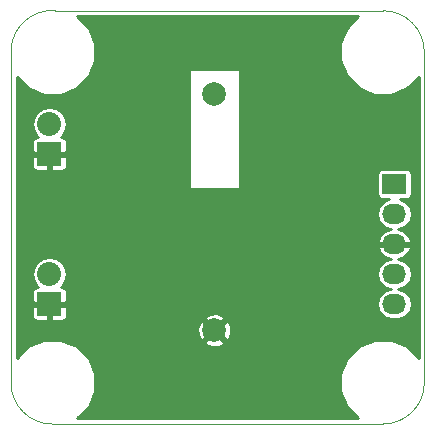
<source format=gbl>
G04 #@! TF.FileFunction,Copper,L2,Bot,Signal*
%FSLAX46Y46*%
G04 Gerber Fmt 4.6, Leading zero omitted, Abs format (unit mm)*
G04 Created by KiCad (PCBNEW (2015-07-08 BZR 5908, Git 901e961)-product) date 27.10.2015 7:37:09*
%MOMM*%
G01*
G04 APERTURE LIST*
%ADD10C,0.100000*%
%ADD11C,2.000000*%
%ADD12R,2.032000X2.032000*%
%ADD13O,2.032000X2.032000*%
%ADD14R,2.032000X1.727200*%
%ADD15O,2.032000X1.727200*%
%ADD16C,0.700000*%
%ADD17C,0.600000*%
%ADD18C,0.254000*%
G04 APERTURE END LIST*
D10*
X45000000Y-48250000D02*
X45000000Y-76500000D01*
X76500000Y-45000000D02*
X48750000Y-45000000D01*
X80000000Y-76500000D02*
X80000000Y-48500000D01*
X48500000Y-80000000D02*
X76500000Y-80000000D01*
X45000000Y-76500000D02*
G75*
G03X48500000Y-80000000I3500000J0D01*
G01*
X76500000Y-80000000D02*
G75*
G03X80000000Y-76500000I0J3500000D01*
G01*
X80000000Y-48500000D02*
G75*
G03X76500000Y-45000000I-3500000J0D01*
G01*
X48750000Y-45000000D02*
G75*
G03X45000000Y-48250000I-250000J-3500000D01*
G01*
D11*
X62230000Y-52070000D03*
X62230000Y-72070000D03*
D12*
X48260000Y-57150000D03*
D13*
X48260000Y-54610000D03*
D12*
X48260000Y-69850000D03*
D13*
X48260000Y-67310000D03*
D14*
X77470000Y-59690000D03*
D15*
X77470000Y-62230000D03*
X77470000Y-64770000D03*
X77470000Y-67310000D03*
X77470000Y-69850000D03*
D16*
X61780000Y-62680000D03*
X62680000Y-62680000D03*
X62680000Y-61780000D03*
X61780000Y-61780000D03*
D17*
X75250000Y-65000000D03*
X56000000Y-59250000D03*
X67000000Y-59750000D03*
X67000000Y-61500000D03*
X69750000Y-67750000D03*
X64750000Y-59000000D03*
X64750000Y-61250000D03*
X63750000Y-60500000D03*
X60500000Y-60750000D03*
X53250000Y-68500000D03*
X57000000Y-68000000D03*
X60250000Y-68500000D03*
X59000000Y-70750000D03*
D18*
G36*
X73426972Y-46442787D02*
X72873631Y-47775380D01*
X72872372Y-49218290D01*
X73423386Y-50551846D01*
X74442787Y-51573028D01*
X75775380Y-52126369D01*
X77218290Y-52127628D01*
X78551846Y-51576614D01*
X79523000Y-50607154D01*
X79523000Y-74394446D01*
X78557213Y-73426972D01*
X77224620Y-72873631D01*
X75781710Y-72872372D01*
X74448154Y-73423386D01*
X73426972Y-74442787D01*
X72873631Y-75775380D01*
X72872372Y-77218290D01*
X73423386Y-78551846D01*
X74392846Y-79523000D01*
X50605554Y-79523000D01*
X51573028Y-78557213D01*
X52126369Y-77224620D01*
X52127628Y-75781710D01*
X51576614Y-74448154D01*
X50557213Y-73426972D01*
X49791187Y-73108890D01*
X61370715Y-73108890D01*
X61480807Y-73317241D01*
X62015134Y-73509005D01*
X62582173Y-73481692D01*
X62979193Y-73317241D01*
X63089285Y-73108890D01*
X62230000Y-72249605D01*
X61370715Y-73108890D01*
X49791187Y-73108890D01*
X49224620Y-72873631D01*
X47781710Y-72872372D01*
X46448154Y-73423386D01*
X45477000Y-74392846D01*
X45477000Y-71855134D01*
X60790995Y-71855134D01*
X60818308Y-72422173D01*
X60982759Y-72819193D01*
X61191110Y-72929285D01*
X62050395Y-72070000D01*
X62409605Y-72070000D01*
X63268890Y-72929285D01*
X63477241Y-72819193D01*
X63669005Y-72284866D01*
X63641692Y-71717827D01*
X63477241Y-71320807D01*
X63268890Y-71210715D01*
X62409605Y-72070000D01*
X62050395Y-72070000D01*
X62050395Y-72070000D01*
X61191110Y-71210715D01*
X60982759Y-71320807D01*
X60790995Y-71855134D01*
X45477000Y-71855134D01*
X45477000Y-70083750D01*
X46817000Y-70083750D01*
X46817000Y-70950935D01*
X46882007Y-71107876D01*
X47002124Y-71227993D01*
X47159064Y-71293000D01*
X48026250Y-71293000D01*
X48133000Y-71186250D01*
X48133000Y-69977000D01*
X48387000Y-69977000D01*
X48387000Y-71186250D01*
X48493750Y-71293000D01*
X49360936Y-71293000D01*
X49517876Y-71227993D01*
X49637993Y-71107876D01*
X49669790Y-71031110D01*
X61370715Y-71031110D01*
X62230000Y-71890395D01*
X63089285Y-71031110D01*
X62979193Y-70822759D01*
X62444866Y-70630995D01*
X61877827Y-70658308D01*
X61480807Y-70822759D01*
X61370715Y-71031110D01*
X49669790Y-71031110D01*
X49703000Y-70950935D01*
X49703000Y-70083750D01*
X49596250Y-69977000D01*
X48387000Y-69977000D01*
X48133000Y-69977000D01*
X48133000Y-69977000D01*
X46923750Y-69977000D01*
X46817000Y-70083750D01*
X45477000Y-70083750D01*
X45477000Y-67281730D01*
X46817000Y-67281730D01*
X46817000Y-67338270D01*
X46926842Y-67890482D01*
X47239645Y-68358625D01*
X47312043Y-68407000D01*
X47159064Y-68407000D01*
X47002124Y-68472007D01*
X46882007Y-68592124D01*
X46817000Y-68749065D01*
X46817000Y-69616250D01*
X46923750Y-69723000D01*
X48133000Y-69723000D01*
X48133000Y-69703000D01*
X48387000Y-69703000D01*
X48387000Y-69723000D01*
X49596250Y-69723000D01*
X49703000Y-69616250D01*
X49703000Y-68749065D01*
X49637993Y-68592124D01*
X49517876Y-68472007D01*
X49360936Y-68407000D01*
X49207957Y-68407000D01*
X49280355Y-68358625D01*
X49593158Y-67890482D01*
X49703000Y-67338270D01*
X49703000Y-67310000D01*
X75998730Y-67310000D01*
X76096971Y-67803891D01*
X76376738Y-68222592D01*
X76795439Y-68502359D01*
X77185767Y-68580000D01*
X76795439Y-68657641D01*
X76376738Y-68937408D01*
X76096971Y-69356109D01*
X75998730Y-69850000D01*
X76096971Y-70343891D01*
X76376738Y-70762592D01*
X76795439Y-71042359D01*
X77289330Y-71140600D01*
X77650670Y-71140600D01*
X78144561Y-71042359D01*
X78563262Y-70762592D01*
X78843029Y-70343891D01*
X78941270Y-69850000D01*
X78843029Y-69356109D01*
X78563262Y-68937408D01*
X78144561Y-68657641D01*
X77754233Y-68580000D01*
X78144561Y-68502359D01*
X78563262Y-68222592D01*
X78843029Y-67803891D01*
X78941270Y-67310000D01*
X78843029Y-66816109D01*
X78563262Y-66397408D01*
X78144561Y-66117641D01*
X77801109Y-66049324D01*
X78275731Y-65884752D01*
X78652596Y-65549878D01*
X78871057Y-65096351D01*
X78799418Y-64897000D01*
X77597000Y-64897000D01*
X77597000Y-64917000D01*
X77343000Y-64917000D01*
X77343000Y-64897000D01*
X76140582Y-64897000D01*
X76068943Y-65096351D01*
X76287404Y-65549878D01*
X76664269Y-65884752D01*
X77138891Y-66049324D01*
X76795439Y-66117641D01*
X76376738Y-66397408D01*
X76096971Y-66816109D01*
X75998730Y-67310000D01*
X49703000Y-67310000D01*
X49703000Y-67281730D01*
X49593158Y-66729518D01*
X49280355Y-66261375D01*
X48812212Y-65948572D01*
X48260000Y-65838730D01*
X47707788Y-65948572D01*
X47239645Y-66261375D01*
X46926842Y-66729518D01*
X46817000Y-67281730D01*
X45477000Y-67281730D01*
X45477000Y-62230000D01*
X75998730Y-62230000D01*
X76096971Y-62723891D01*
X76376738Y-63142592D01*
X76795439Y-63422359D01*
X77138891Y-63490676D01*
X76664269Y-63655248D01*
X76287404Y-63990122D01*
X76068943Y-64443649D01*
X76140582Y-64643000D01*
X77343000Y-64643000D01*
X77343000Y-64623000D01*
X77597000Y-64623000D01*
X77597000Y-64643000D01*
X78799418Y-64643000D01*
X78871057Y-64443649D01*
X78652596Y-63990122D01*
X78275731Y-63655248D01*
X77801109Y-63490676D01*
X78144561Y-63422359D01*
X78563262Y-63142592D01*
X78843029Y-62723891D01*
X78941270Y-62230000D01*
X78843029Y-61736109D01*
X78563262Y-61317408D01*
X78144561Y-61037641D01*
X77899850Y-60988965D01*
X78486000Y-60988965D01*
X78648814Y-60957376D01*
X78791912Y-60863376D01*
X78887700Y-60721468D01*
X78921365Y-60553600D01*
X78921365Y-58826400D01*
X78889776Y-58663586D01*
X78795776Y-58520488D01*
X78653868Y-58424700D01*
X78486000Y-58391035D01*
X76454000Y-58391035D01*
X76291186Y-58422624D01*
X76148088Y-58516624D01*
X76052300Y-58658532D01*
X76018635Y-58826400D01*
X76018635Y-60553600D01*
X76050224Y-60716414D01*
X76144224Y-60859512D01*
X76286132Y-60955300D01*
X76454000Y-60988965D01*
X77040150Y-60988965D01*
X76795439Y-61037641D01*
X76376738Y-61317408D01*
X76096971Y-61736109D01*
X75998730Y-62230000D01*
X45477000Y-62230000D01*
X45477000Y-57383750D01*
X46817000Y-57383750D01*
X46817000Y-58250935D01*
X46882007Y-58407876D01*
X47002124Y-58527993D01*
X47159064Y-58593000D01*
X48026250Y-58593000D01*
X48133000Y-58486250D01*
X48133000Y-57277000D01*
X48387000Y-57277000D01*
X48387000Y-58486250D01*
X48493750Y-58593000D01*
X49360936Y-58593000D01*
X49517876Y-58527993D01*
X49637993Y-58407876D01*
X49703000Y-58250935D01*
X49703000Y-57383750D01*
X49596250Y-57277000D01*
X48387000Y-57277000D01*
X48133000Y-57277000D01*
X48133000Y-57277000D01*
X46923750Y-57277000D01*
X46817000Y-57383750D01*
X45477000Y-57383750D01*
X45477000Y-54581730D01*
X46817000Y-54581730D01*
X46817000Y-54638270D01*
X46926842Y-55190482D01*
X47239645Y-55658625D01*
X47312043Y-55707000D01*
X47159064Y-55707000D01*
X47002124Y-55772007D01*
X46882007Y-55892124D01*
X46817000Y-56049065D01*
X46817000Y-56916250D01*
X46923750Y-57023000D01*
X48133000Y-57023000D01*
X48133000Y-57003000D01*
X48387000Y-57003000D01*
X48387000Y-57023000D01*
X49596250Y-57023000D01*
X49703000Y-56916250D01*
X49703000Y-56049065D01*
X49637993Y-55892124D01*
X49517876Y-55772007D01*
X49360936Y-55707000D01*
X49207957Y-55707000D01*
X49280355Y-55658625D01*
X49593158Y-55190482D01*
X49703000Y-54638270D01*
X49703000Y-54581730D01*
X49593158Y-54029518D01*
X49280355Y-53561375D01*
X48812212Y-53248572D01*
X48260000Y-53138730D01*
X47707788Y-53248572D01*
X47239645Y-53561375D01*
X46926842Y-54029518D01*
X46817000Y-54581730D01*
X45477000Y-54581730D01*
X45477000Y-50605554D01*
X46442787Y-51573028D01*
X47775380Y-52126369D01*
X49218290Y-52127628D01*
X50551846Y-51576614D01*
X51573028Y-50557213D01*
X51788624Y-50038000D01*
X60071000Y-50038000D01*
X60071000Y-59944000D01*
X60080667Y-59992601D01*
X60108197Y-60033803D01*
X60149399Y-60061333D01*
X60198000Y-60071000D01*
X64262000Y-60071000D01*
X64310601Y-60061333D01*
X64351803Y-60033803D01*
X64379333Y-59992601D01*
X64389000Y-59944000D01*
X64389000Y-50038000D01*
X64379333Y-49989399D01*
X64351803Y-49948197D01*
X64310601Y-49920667D01*
X64262000Y-49911000D01*
X60198000Y-49911000D01*
X60149399Y-49920667D01*
X60108197Y-49948197D01*
X60080667Y-49989399D01*
X60071000Y-50038000D01*
X51788624Y-50038000D01*
X52126369Y-49224620D01*
X52127628Y-47781710D01*
X51576614Y-46448154D01*
X50607154Y-45477000D01*
X74394446Y-45477000D01*
X73426972Y-46442787D01*
X73426972Y-46442787D01*
G37*
X73426972Y-46442787D02*
X72873631Y-47775380D01*
X72872372Y-49218290D01*
X73423386Y-50551846D01*
X74442787Y-51573028D01*
X75775380Y-52126369D01*
X77218290Y-52127628D01*
X78551846Y-51576614D01*
X79523000Y-50607154D01*
X79523000Y-74394446D01*
X78557213Y-73426972D01*
X77224620Y-72873631D01*
X75781710Y-72872372D01*
X74448154Y-73423386D01*
X73426972Y-74442787D01*
X72873631Y-75775380D01*
X72872372Y-77218290D01*
X73423386Y-78551846D01*
X74392846Y-79523000D01*
X50605554Y-79523000D01*
X51573028Y-78557213D01*
X52126369Y-77224620D01*
X52127628Y-75781710D01*
X51576614Y-74448154D01*
X50557213Y-73426972D01*
X49791187Y-73108890D01*
X61370715Y-73108890D01*
X61480807Y-73317241D01*
X62015134Y-73509005D01*
X62582173Y-73481692D01*
X62979193Y-73317241D01*
X63089285Y-73108890D01*
X62230000Y-72249605D01*
X61370715Y-73108890D01*
X49791187Y-73108890D01*
X49224620Y-72873631D01*
X47781710Y-72872372D01*
X46448154Y-73423386D01*
X45477000Y-74392846D01*
X45477000Y-71855134D01*
X60790995Y-71855134D01*
X60818308Y-72422173D01*
X60982759Y-72819193D01*
X61191110Y-72929285D01*
X62050395Y-72070000D01*
X62409605Y-72070000D01*
X63268890Y-72929285D01*
X63477241Y-72819193D01*
X63669005Y-72284866D01*
X63641692Y-71717827D01*
X63477241Y-71320807D01*
X63268890Y-71210715D01*
X62409605Y-72070000D01*
X62050395Y-72070000D01*
X62050395Y-72070000D01*
X61191110Y-71210715D01*
X60982759Y-71320807D01*
X60790995Y-71855134D01*
X45477000Y-71855134D01*
X45477000Y-70083750D01*
X46817000Y-70083750D01*
X46817000Y-70950935D01*
X46882007Y-71107876D01*
X47002124Y-71227993D01*
X47159064Y-71293000D01*
X48026250Y-71293000D01*
X48133000Y-71186250D01*
X48133000Y-69977000D01*
X48387000Y-69977000D01*
X48387000Y-71186250D01*
X48493750Y-71293000D01*
X49360936Y-71293000D01*
X49517876Y-71227993D01*
X49637993Y-71107876D01*
X49669790Y-71031110D01*
X61370715Y-71031110D01*
X62230000Y-71890395D01*
X63089285Y-71031110D01*
X62979193Y-70822759D01*
X62444866Y-70630995D01*
X61877827Y-70658308D01*
X61480807Y-70822759D01*
X61370715Y-71031110D01*
X49669790Y-71031110D01*
X49703000Y-70950935D01*
X49703000Y-70083750D01*
X49596250Y-69977000D01*
X48387000Y-69977000D01*
X48133000Y-69977000D01*
X48133000Y-69977000D01*
X46923750Y-69977000D01*
X46817000Y-70083750D01*
X45477000Y-70083750D01*
X45477000Y-67281730D01*
X46817000Y-67281730D01*
X46817000Y-67338270D01*
X46926842Y-67890482D01*
X47239645Y-68358625D01*
X47312043Y-68407000D01*
X47159064Y-68407000D01*
X47002124Y-68472007D01*
X46882007Y-68592124D01*
X46817000Y-68749065D01*
X46817000Y-69616250D01*
X46923750Y-69723000D01*
X48133000Y-69723000D01*
X48133000Y-69703000D01*
X48387000Y-69703000D01*
X48387000Y-69723000D01*
X49596250Y-69723000D01*
X49703000Y-69616250D01*
X49703000Y-68749065D01*
X49637993Y-68592124D01*
X49517876Y-68472007D01*
X49360936Y-68407000D01*
X49207957Y-68407000D01*
X49280355Y-68358625D01*
X49593158Y-67890482D01*
X49703000Y-67338270D01*
X49703000Y-67310000D01*
X75998730Y-67310000D01*
X76096971Y-67803891D01*
X76376738Y-68222592D01*
X76795439Y-68502359D01*
X77185767Y-68580000D01*
X76795439Y-68657641D01*
X76376738Y-68937408D01*
X76096971Y-69356109D01*
X75998730Y-69850000D01*
X76096971Y-70343891D01*
X76376738Y-70762592D01*
X76795439Y-71042359D01*
X77289330Y-71140600D01*
X77650670Y-71140600D01*
X78144561Y-71042359D01*
X78563262Y-70762592D01*
X78843029Y-70343891D01*
X78941270Y-69850000D01*
X78843029Y-69356109D01*
X78563262Y-68937408D01*
X78144561Y-68657641D01*
X77754233Y-68580000D01*
X78144561Y-68502359D01*
X78563262Y-68222592D01*
X78843029Y-67803891D01*
X78941270Y-67310000D01*
X78843029Y-66816109D01*
X78563262Y-66397408D01*
X78144561Y-66117641D01*
X77801109Y-66049324D01*
X78275731Y-65884752D01*
X78652596Y-65549878D01*
X78871057Y-65096351D01*
X78799418Y-64897000D01*
X77597000Y-64897000D01*
X77597000Y-64917000D01*
X77343000Y-64917000D01*
X77343000Y-64897000D01*
X76140582Y-64897000D01*
X76068943Y-65096351D01*
X76287404Y-65549878D01*
X76664269Y-65884752D01*
X77138891Y-66049324D01*
X76795439Y-66117641D01*
X76376738Y-66397408D01*
X76096971Y-66816109D01*
X75998730Y-67310000D01*
X49703000Y-67310000D01*
X49703000Y-67281730D01*
X49593158Y-66729518D01*
X49280355Y-66261375D01*
X48812212Y-65948572D01*
X48260000Y-65838730D01*
X47707788Y-65948572D01*
X47239645Y-66261375D01*
X46926842Y-66729518D01*
X46817000Y-67281730D01*
X45477000Y-67281730D01*
X45477000Y-62230000D01*
X75998730Y-62230000D01*
X76096971Y-62723891D01*
X76376738Y-63142592D01*
X76795439Y-63422359D01*
X77138891Y-63490676D01*
X76664269Y-63655248D01*
X76287404Y-63990122D01*
X76068943Y-64443649D01*
X76140582Y-64643000D01*
X77343000Y-64643000D01*
X77343000Y-64623000D01*
X77597000Y-64623000D01*
X77597000Y-64643000D01*
X78799418Y-64643000D01*
X78871057Y-64443649D01*
X78652596Y-63990122D01*
X78275731Y-63655248D01*
X77801109Y-63490676D01*
X78144561Y-63422359D01*
X78563262Y-63142592D01*
X78843029Y-62723891D01*
X78941270Y-62230000D01*
X78843029Y-61736109D01*
X78563262Y-61317408D01*
X78144561Y-61037641D01*
X77899850Y-60988965D01*
X78486000Y-60988965D01*
X78648814Y-60957376D01*
X78791912Y-60863376D01*
X78887700Y-60721468D01*
X78921365Y-60553600D01*
X78921365Y-58826400D01*
X78889776Y-58663586D01*
X78795776Y-58520488D01*
X78653868Y-58424700D01*
X78486000Y-58391035D01*
X76454000Y-58391035D01*
X76291186Y-58422624D01*
X76148088Y-58516624D01*
X76052300Y-58658532D01*
X76018635Y-58826400D01*
X76018635Y-60553600D01*
X76050224Y-60716414D01*
X76144224Y-60859512D01*
X76286132Y-60955300D01*
X76454000Y-60988965D01*
X77040150Y-60988965D01*
X76795439Y-61037641D01*
X76376738Y-61317408D01*
X76096971Y-61736109D01*
X75998730Y-62230000D01*
X45477000Y-62230000D01*
X45477000Y-57383750D01*
X46817000Y-57383750D01*
X46817000Y-58250935D01*
X46882007Y-58407876D01*
X47002124Y-58527993D01*
X47159064Y-58593000D01*
X48026250Y-58593000D01*
X48133000Y-58486250D01*
X48133000Y-57277000D01*
X48387000Y-57277000D01*
X48387000Y-58486250D01*
X48493750Y-58593000D01*
X49360936Y-58593000D01*
X49517876Y-58527993D01*
X49637993Y-58407876D01*
X49703000Y-58250935D01*
X49703000Y-57383750D01*
X49596250Y-57277000D01*
X48387000Y-57277000D01*
X48133000Y-57277000D01*
X48133000Y-57277000D01*
X46923750Y-57277000D01*
X46817000Y-57383750D01*
X45477000Y-57383750D01*
X45477000Y-54581730D01*
X46817000Y-54581730D01*
X46817000Y-54638270D01*
X46926842Y-55190482D01*
X47239645Y-55658625D01*
X47312043Y-55707000D01*
X47159064Y-55707000D01*
X47002124Y-55772007D01*
X46882007Y-55892124D01*
X46817000Y-56049065D01*
X46817000Y-56916250D01*
X46923750Y-57023000D01*
X48133000Y-57023000D01*
X48133000Y-57003000D01*
X48387000Y-57003000D01*
X48387000Y-57023000D01*
X49596250Y-57023000D01*
X49703000Y-56916250D01*
X49703000Y-56049065D01*
X49637993Y-55892124D01*
X49517876Y-55772007D01*
X49360936Y-55707000D01*
X49207957Y-55707000D01*
X49280355Y-55658625D01*
X49593158Y-55190482D01*
X49703000Y-54638270D01*
X49703000Y-54581730D01*
X49593158Y-54029518D01*
X49280355Y-53561375D01*
X48812212Y-53248572D01*
X48260000Y-53138730D01*
X47707788Y-53248572D01*
X47239645Y-53561375D01*
X46926842Y-54029518D01*
X46817000Y-54581730D01*
X45477000Y-54581730D01*
X45477000Y-50605554D01*
X46442787Y-51573028D01*
X47775380Y-52126369D01*
X49218290Y-52127628D01*
X50551846Y-51576614D01*
X51573028Y-50557213D01*
X51788624Y-50038000D01*
X60071000Y-50038000D01*
X60071000Y-59944000D01*
X60080667Y-59992601D01*
X60108197Y-60033803D01*
X60149399Y-60061333D01*
X60198000Y-60071000D01*
X64262000Y-60071000D01*
X64310601Y-60061333D01*
X64351803Y-60033803D01*
X64379333Y-59992601D01*
X64389000Y-59944000D01*
X64389000Y-50038000D01*
X64379333Y-49989399D01*
X64351803Y-49948197D01*
X64310601Y-49920667D01*
X64262000Y-49911000D01*
X60198000Y-49911000D01*
X60149399Y-49920667D01*
X60108197Y-49948197D01*
X60080667Y-49989399D01*
X60071000Y-50038000D01*
X51788624Y-50038000D01*
X52126369Y-49224620D01*
X52127628Y-47781710D01*
X51576614Y-46448154D01*
X50607154Y-45477000D01*
X74394446Y-45477000D01*
X73426972Y-46442787D01*
M02*

</source>
